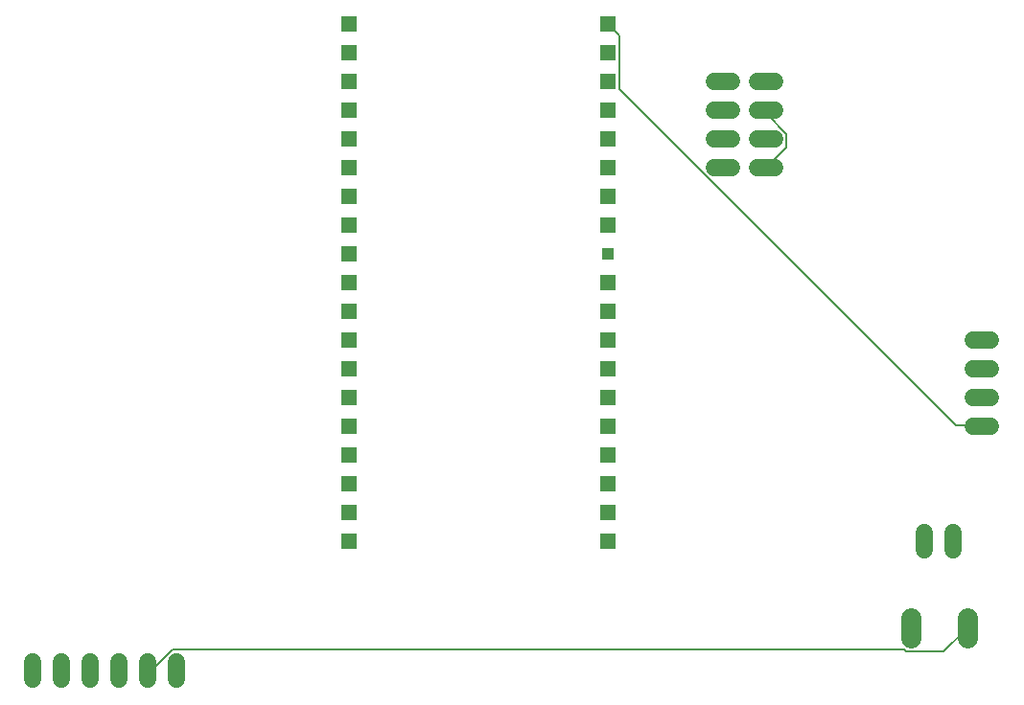
<source format=gbr>
G04 EAGLE Gerber RS-274X export*
G75*
%MOMM*%
%FSLAX34Y34*%
%LPD*%
%INBottom Copper*%
%IPPOS*%
%AMOC8*
5,1,8,0,0,1.08239X$1,22.5*%
G01*
%ADD10R,1.358000X1.358000*%
%ADD11R,1.108000X1.108000*%
%ADD12C,1.524000*%
%ADD13C,1.790700*%
%ADD14C,0.152400*%


D10*
X368300Y177800D03*
X368300Y203200D03*
X368300Y228600D03*
X368300Y254000D03*
X368300Y279400D03*
X368300Y304800D03*
X368300Y330200D03*
X368300Y355600D03*
X368300Y381000D03*
X368300Y406400D03*
X368300Y431800D03*
X368300Y457200D03*
X368300Y482600D03*
X368300Y508000D03*
X368300Y533400D03*
X368300Y558800D03*
X368300Y584200D03*
X368300Y609600D03*
X368300Y635000D03*
X596900Y177800D03*
X596900Y203200D03*
X596900Y228600D03*
X596900Y254000D03*
X596900Y279400D03*
X596900Y304800D03*
X596900Y330200D03*
X596900Y355600D03*
X596900Y381000D03*
X596900Y406400D03*
D11*
X596900Y431800D03*
D10*
X596900Y457200D03*
X596900Y482600D03*
X596900Y508000D03*
X596900Y533400D03*
X596900Y558800D03*
X596900Y584200D03*
X596900Y609600D03*
X596900Y635000D03*
D12*
X690880Y584200D02*
X706120Y584200D01*
X706120Y558800D02*
X690880Y558800D01*
X690880Y533400D02*
X706120Y533400D01*
X706120Y508000D02*
X690880Y508000D01*
X728980Y508000D02*
X744220Y508000D01*
X744220Y533400D02*
X728980Y533400D01*
X728980Y558800D02*
X744220Y558800D01*
X744220Y584200D02*
X728980Y584200D01*
X919480Y355600D02*
X934720Y355600D01*
X934720Y330200D02*
X919480Y330200D01*
X919480Y304800D02*
X934720Y304800D01*
X934720Y279400D02*
X919480Y279400D01*
X88900Y71120D02*
X88900Y55880D01*
X114300Y55880D02*
X114300Y71120D01*
X139700Y71120D02*
X139700Y55880D01*
X165100Y55880D02*
X165100Y71120D01*
X190500Y71120D02*
X190500Y55880D01*
X215900Y55880D02*
X215900Y71120D01*
D13*
X864000Y92647D02*
X864000Y110554D01*
X914000Y110554D02*
X914000Y92647D01*
D12*
X876300Y170180D02*
X876300Y185420D01*
X901700Y185420D02*
X901700Y170180D01*
D14*
X903732Y280416D02*
X926592Y280416D01*
X903732Y280416D02*
X606552Y577596D01*
X606552Y624840D01*
X597408Y633984D01*
X926592Y280416D02*
X927100Y279400D01*
X597408Y633984D02*
X596900Y635000D01*
X737616Y557784D02*
X737616Y554736D01*
X754380Y537972D01*
X754380Y525780D01*
X736600Y508000D01*
X737616Y557784D02*
X736600Y558800D01*
X193548Y64008D02*
X190500Y64008D01*
X193548Y64008D02*
X211836Y82296D01*
X858012Y82296D01*
X859536Y80772D01*
X893064Y80772D01*
X912876Y100584D01*
X190500Y64008D02*
X190500Y63500D01*
X912876Y100584D02*
X914000Y101600D01*
M02*

</source>
